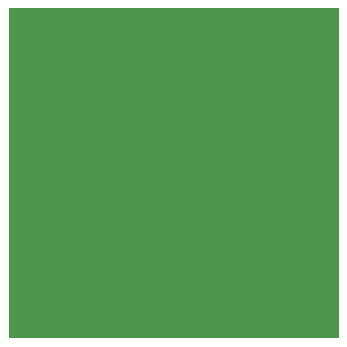
<source format=gbp>
%TF.GenerationSoftware,KiCad,Pcbnew,8.0.4*%
%TF.CreationDate,2024-08-05T19:41:16-07:00*%
%TF.ProjectId,20220727_Projects_Ideal_Diode_02,32303232-3037-4323-975f-50726f6a6563,rev?*%
%TF.SameCoordinates,PX9634260PY6ea0500*%
%TF.FileFunction,Paste,Bot*%
%TF.FilePolarity,Positive*%
%FSLAX46Y46*%
G04 Gerber Fmt 4.6, Leading zero omitted, Abs format (unit mm)*
G04 Created by KiCad (PCBNEW 8.0.4) date 2024-08-05 19:41:16*
%MOMM*%
%LPD*%
G01*
G04 APERTURE LIST*
%ADD10R,28.000000X28.000000*%
G04 APERTURE END LIST*
D10*
%TO.C,P105*%
X27500000Y14500000D03*
%TD*%
M02*

</source>
